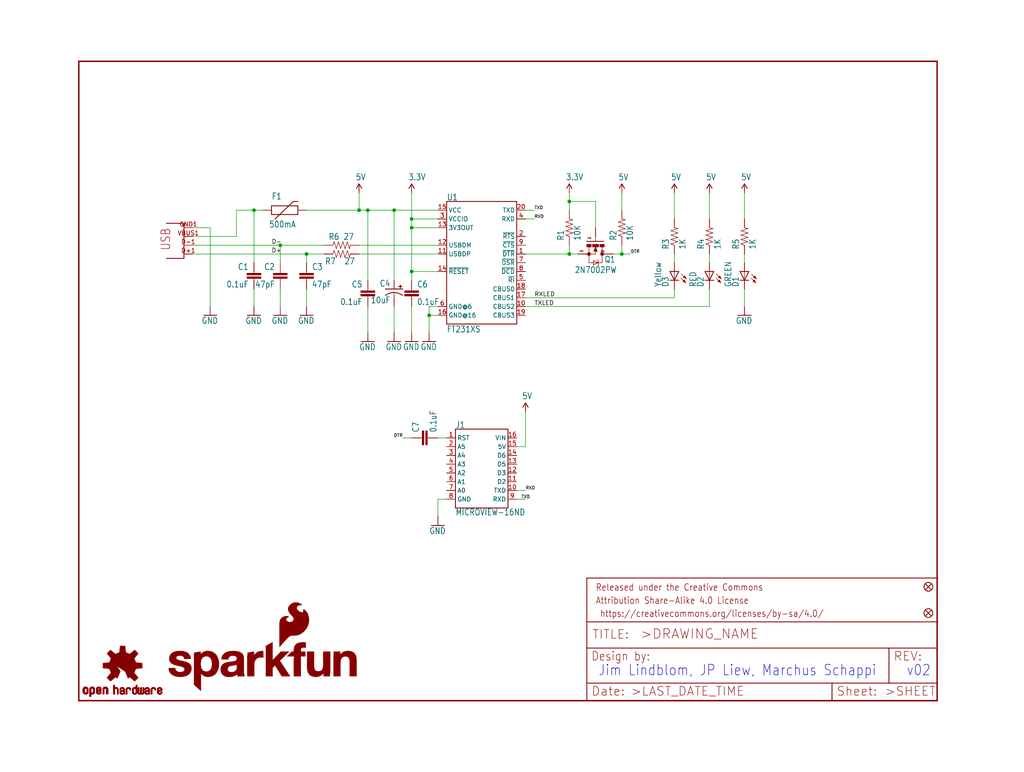
<source format=kicad_sch>
(kicad_sch (version 20211123) (generator eeschema)
  (paper "User" 297.002 223.926)
  (lib_symbols
    (symbol "schematicEagle-eagle-import:0.1UF-25V(+80{slash}-20%)(0603)"
      (property "Reference" "C" (at 1.524 2.921 0))
      (property "Value" "0.1UF-25V(+80{slash}-20%)(0603)" (at 1.524 -2.159 0))
      (symbol "0.1UF-25V(+80{slash}-20%)(0603)_1_0"
        (pin passive line (at 0 5.08 270) (length 2.54) (name "1") (number "1"))
        (pin passive line (at 0 -2.54 90) (length 2.54) (name "2") (number "2"))
      )
    )
    (symbol "schematicEagle-eagle-import:10KOHM1{slash}10W1%(0603)0603"
      (property "Reference" "R" (at -3.81 1.4986 0))
      (property "Value" "10KOHM1{slash}10W1%(0603)0603" (at -3.81 -3.302 0))
      (symbol "10KOHM1{slash}10W1%(0603)0603_1_0"
        (pin passive line (at -5.08 0 0) (length 2.54) (name "1") (number "1"))
        (pin passive line (at 5.08 0 180) (length 2.54) (name "2") (number "2"))
      )
    )
    (symbol "schematicEagle-eagle-import:10UF-16V-10%(TANT)"
      (property "Reference" "C" (at 1.016 0.635 0))
      (property "Value" "10UF-16V-10%(TANT)" (at 1.016 -4.191 0))
      (symbol "10UF-16V-10%(TANT)_1_0"
        (pin passive line (at 0 2.54 270) (length 2.54) (name "+") (number "A"))
        (pin passive line (at 0 -5.08 90) (length 2.54) (name "-") (number "C"))
      )
    )
    (symbol "schematicEagle-eagle-import:1KOHM1{slash}10W1%(0603)"
      (property "Reference" "R" (at -3.81 1.4986 0))
      (property "Value" "1KOHM1{slash}10W1%(0603)" (at -3.81 -3.302 0))
      (symbol "1KOHM1{slash}10W1%(0603)_1_0"
        (pin passive line (at -5.08 0 0) (length 2.54) (name "1") (number "1"))
        (pin passive line (at 5.08 0 180) (length 2.54) (name "2") (number "2"))
      )
    )
    (symbol "schematicEagle-eagle-import:3.3V" (power)
      (property "Value" "3.3V" (at -1.016 3.556 0))
      (symbol "3.3V_1_0"
        (pin power_in line (at 0 0 90) (length 2.54) (name "3.3V") (number "1"))
      )
    )
    (symbol "schematicEagle-eagle-import:47PF-50V-5%(0603)"
      (property "Reference" "C" (at 1.524 2.921 0))
      (property "Value" "47PF-50V-5%(0603)" (at 1.524 -2.159 0))
      (symbol "47PF-50V-5%(0603)_1_0"
        (pin passive line (at 0 5.08 270) (length 2.54) (name "1") (number "1"))
        (pin passive line (at 0 -2.54 90) (length 2.54) (name "2") (number "2"))
      )
    )
    (symbol "schematicEagle-eagle-import:5V" (power)
      (property "Value" "5V" (at -1.016 3.556 0))
      (symbol "5V_1_0"
        (pin power_in line (at 0 0 90) (length 2.54) (name "5V") (number "1"))
      )
    )
    (symbol "schematicEagle-eagle-import:FIDUCIAL1X2")
    (symbol "schematicEagle-eagle-import:FRAME-LETTER"
      (symbol "FRAME-LETTER_2_0"
        (text " https://creativecommons.org/licenses/by-sa/4.0/" (at 2.54 24.13 0) (effects (font (size 1.9304 1.6408)) (justify left bottom)))
        (text ">DRAWING_NAME" (at 15.494 17.78 0) (effects (font (size 2.7432 2.7432)) (justify left bottom)))
        (text ">LAST_DATE_TIME" (at 12.7 1.27 0) (effects (font (size 2.54 2.54)) (justify left bottom)))
        (text ">SHEET" (at 86.36 1.27 0) (effects (font (size 2.54 2.54)) (justify left bottom)))
        (text "Attribution Share-Alike 4.0 License" (at 2.54 27.94 0) (effects (font (size 1.9304 1.6408)) (justify left bottom)))
        (text "Date:" (at 1.27 1.27 0) (effects (font (size 2.54 2.54)) (justify left bottom)))
        (text "Design by:" (at 1.27 11.43 0) (effects (font (size 2.54 2.159)) (justify left bottom)))
        (text "Released under the Creative Commons" (at 2.54 31.75 0) (effects (font (size 1.9304 1.6408)) (justify left bottom)))
        (text "REV:" (at 88.9 11.43 0) (effects (font (size 2.54 2.54)) (justify left bottom)))
        (text "Sheet:" (at 72.39 1.27 0) (effects (font (size 2.54 2.54)) (justify left bottom)))
        (text "TITLE:" (at 1.524 17.78 0) (effects (font (size 2.54 2.54)) (justify left bottom)))
      )
    )
    (symbol "schematicEagle-eagle-import:FT231XS"
      (property "Reference" "U" (at -10.16 18.034 0))
      (property "Value" "FT231XS" (at -10.16 -18.288 0))
      (symbol "FT231XS_1_0"
        (pin bidirectional line (at 12.7 2.54 180) (length 2.54) (name "~{DTR}") (number "1"))
        (pin bidirectional line (at 12.7 -12.7 180) (length 2.54) (name "CBUS2") (number "10"))
        (pin bidirectional line (at -12.7 2.54 0) (length 2.54) (name "USBDP") (number "11"))
        (pin bidirectional line (at -12.7 5.08 0) (length 2.54) (name "USBDM") (number "12"))
        (pin bidirectional line (at -12.7 10.16 0) (length 2.54) (name "3V3OUT") (number "13"))
        (pin bidirectional line (at -12.7 -2.54 0) (length 2.54) (name "~{RESET}") (number "14"))
        (pin bidirectional line (at -12.7 15.24 0) (length 2.54) (name "VCC") (number "15"))
        (pin bidirectional line (at -12.7 -15.24 0) (length 2.54) (name "GND@16") (number "16"))
        (pin bidirectional line (at 12.7 -10.16 180) (length 2.54) (name "CBUS1") (number "17"))
        (pin bidirectional line (at 12.7 -7.62 180) (length 2.54) (name "CBUS0") (number "18"))
        (pin bidirectional line (at 12.7 -15.24 180) (length 2.54) (name "CBUS3") (number "19"))
        (pin bidirectional line (at 12.7 7.62 180) (length 2.54) (name "~{RTS}") (number "2"))
        (pin bidirectional line (at 12.7 15.24 180) (length 2.54) (name "TXD") (number "20"))
        (pin bidirectional line (at -12.7 12.7 0) (length 2.54) (name "VCCIO") (number "3"))
        (pin bidirectional line (at 12.7 12.7 180) (length 2.54) (name "RXD") (number "4"))
        (pin bidirectional line (at 12.7 -5.08 180) (length 2.54) (name "~{RI}") (number "5"))
        (pin bidirectional line (at -12.7 -12.7 0) (length 2.54) (name "GND@6") (number "6"))
        (pin bidirectional line (at 12.7 0 180) (length 2.54) (name "~{DSR}") (number "7"))
        (pin bidirectional line (at 12.7 -2.54 180) (length 2.54) (name "~{DCD}") (number "8"))
        (pin bidirectional line (at 12.7 5.08 180) (length 2.54) (name "~{CTS}") (number "9"))
      )
    )
    (symbol "schematicEagle-eagle-import:GND" (power)
      (property "Value" "GND" (at -2.54 -2.54 0))
      (symbol "GND_1_0"
        (pin power_in line (at 0 2.54 270) (length 2.54) (name "GND") (number "1"))
      )
    )
    (symbol "schematicEagle-eagle-import:LED-GREENLARGE"
      (property "Reference" "D" (at 3.556 -4.572 90))
      (property "Value" "LED-GREENLARGE" (at 5.715 -4.572 90))
      (symbol "LED-GREENLARGE_1_0"
        (pin passive line (at 0 2.54 270) (length 2.54) (name "A") (number "A"))
        (pin passive line (at 0 -5.08 90) (length 2.54) (name "C") (number "C"))
      )
    )
    (symbol "schematicEagle-eagle-import:LED-RED1206"
      (property "Reference" "D" (at 3.556 -4.572 90))
      (property "Value" "LED-RED1206" (at 5.715 -4.572 90))
      (symbol "LED-RED1206_1_0"
        (pin passive line (at 0 2.54 270) (length 2.54) (name "A") (number "A"))
        (pin passive line (at 0 -5.08 90) (length 2.54) (name "C") (number "C"))
      )
    )
    (symbol "schematicEagle-eagle-import:LED-YELLOWLILYPAD"
      (property "Reference" "D" (at 3.556 -4.572 90))
      (property "Value" "LED-YELLOWLILYPAD" (at 5.715 -4.572 90))
      (symbol "LED-YELLOWLILYPAD_1_0"
        (pin passive line (at 0 2.54 270) (length 2.54) (name "A") (number "A"))
        (pin passive line (at 0 -5.08 90) (length 2.54) (name "C") (number "C"))
      )
    )
    (symbol "schematicEagle-eagle-import:MICROVIEW-16ND"
      (property "Reference" "J" (at -7.62 12.954 0))
      (property "Value" "MICROVIEW-16ND" (at -7.62 -10.414 0))
      (symbol "MICROVIEW-16ND_1_0"
        (pin output line (at -10.16 10.16 0) (length 2.54) (name "RST") (number "1"))
        (pin output line (at 10.16 -5.08 180) (length 2.54) (name "TXD") (number "10"))
        (pin output line (at 10.16 -2.54 180) (length 2.54) (name "D2") (number "11"))
        (pin output line (at 10.16 0 180) (length 2.54) (name "D3") (number "12"))
        (pin output line (at 10.16 2.54 180) (length 2.54) (name "D5") (number "13"))
        (pin output line (at 10.16 5.08 180) (length 2.54) (name "D6") (number "14"))
        (pin output line (at 10.16 7.62 180) (length 2.54) (name "5V") (number "15"))
        (pin output line (at 10.16 10.16 180) (length 2.54) (name "VIN") (number "16"))
        (pin output line (at -10.16 7.62 0) (length 2.54) (name "A5") (number "2"))
        (pin output line (at -10.16 5.08 0) (length 2.54) (name "A4") (number "3"))
        (pin output line (at -10.16 2.54 0) (length 2.54) (name "A3") (number "4"))
        (pin output line (at -10.16 0 0) (length 2.54) (name "A2") (number "5"))
        (pin output line (at -10.16 -2.54 0) (length 2.54) (name "A1") (number "6"))
        (pin output line (at -10.16 -5.08 0) (length 2.54) (name "A0") (number "7"))
        (pin output line (at -10.16 -7.62 0) (length 2.54) (name "GND") (number "8"))
        (pin output line (at 10.16 -7.62 180) (length 2.54) (name "RXD") (number "9"))
      )
    )
    (symbol "schematicEagle-eagle-import:MOSFET-NCHANNEL2N7002PW"
      (property "Reference" "Q" (at 5.08 2.54 0))
      (property "Value" "MOSFET-NCHANNEL2N7002PW" (at 5.08 0 0))
      (symbol "MOSFET-NCHANNEL2N7002PW_1_0"
        (text "D" (at -1.27 2.54 0) (effects (font (size 0.8128 0.6908)) (justify left bottom)))
        (text "G" (at -5.08 -1.27 0) (effects (font (size 0.8128 0.6908)) (justify left bottom)))
        (text "S" (at -1.27 -3.556 0) (effects (font (size 0.8128 0.6908)) (justify left bottom)))
        (pin passive line (at -7.62 0 0) (length 2.54) (name "G") (number "1"))
        (pin passive line (at 0 -5.08 90) (length 2.54) (name "S") (number "2"))
        (pin passive line (at 0 5.08 270) (length 2.54) (name "D") (number "3"))
      )
    )
    (symbol "schematicEagle-eagle-import:OSHW-LOGOS")
    (symbol "schematicEagle-eagle-import:PTCSMD-W"
      (property "Reference" "F" (at -2.54 3.048 0))
      (property "Value" "PTCSMD-W" (at -3.302 -5.08 0))
      (symbol "PTCSMD-W_1_0"
        (pin bidirectional line (at -5.08 0 0) (length 2.54) (name "1") (number "1"))
        (pin bidirectional line (at 7.62 0 180) (length 2.54) (name "2") (number "2"))
      )
    )
    (symbol "schematicEagle-eagle-import:RESISTOR0603-RES"
      (property "Reference" "R" (at -3.81 1.4986 0))
      (property "Value" "RESISTOR0603-RES" (at -3.81 -3.302 0))
      (symbol "RESISTOR0603-RES_1_0"
        (pin passive line (at -5.08 0 0) (length 2.54) (name "1") (number "1"))
        (pin passive line (at 5.08 0 180) (length 2.54) (name "2") (number "2"))
      )
    )
    (symbol "schematicEagle-eagle-import:SFE_LOGO_FLAME.1_INCH")
    (symbol "schematicEagle-eagle-import:SFE_LOGO_NAME_FLAME.1_INCH")
    (symbol "schematicEagle-eagle-import:USBA-SMD-MALE"
      (symbol "USBA-SMD-MALE_1_0"
        (text "USB" (at 3.81 0 900) (effects (font (size 2.54 2.159)) (justify left bottom)))
        (pin bidirectional line (at -2.54 7.62 0) (length 2.54) (name "D+") (number "D+1"))
        (pin bidirectional line (at -2.54 5.08 0) (length 2.54) (name "D-") (number "D-1"))
        (pin bidirectional line (at -2.54 0 0) (length 2.54) (name "GND") (number "GND1"))
        (pin bidirectional line (at -2.54 2.54 0) (length 2.54) (name "VBUS") (number "VBUS1"))
      )
    )
  )
  (junction (at 106.68 60.96))
  (junction (at 81.28 71.12))
  (junction (at 124.46 91.44))
  (junction (at 180.34 73.66))
  (junction (at 88.9 73.66))
  (junction (at 119.38 78.74))
  (junction (at 73.66 60.96))
  (junction (at 165.1 58.42))
  (junction (at 104.14 60.96))
  (junction (at 119.38 66.04))
  (junction (at 119.38 63.5))
  (junction (at 165.1 73.66))
  (junction (at 114.3 60.96))
  (wire (pts (xy 119.38 66.04) (xy 119.38 63.5)))
  (wire (pts (xy 149.86 142.24) (xy 152.4 142.24)))
  (wire (pts (xy 195.58 73.66) (xy 195.58 76.2)))
  (wire (pts (xy 68.58 60.96) (xy 73.66 60.96)))
  (wire (pts (xy 215.9 55.88) (xy 215.9 63.5)))
  (wire (pts (xy 60.96 66.04) (xy 55.88 66.04)))
  (wire (pts (xy 165.1 58.42) (xy 172.72 58.42)))
  (wire (pts (xy 119.38 63.5) (xy 127 63.5)))
  (wire (pts (xy 119.38 127) (xy 116.84 127)))
  (wire (pts (xy 127 73.66) (xy 104.14 73.66)))
  (wire (pts (xy 55.88 73.66) (xy 88.9 73.66)))
  (wire (pts (xy 205.74 55.88) (xy 205.74 63.5)))
  (wire (pts (xy 119.38 78.74) (xy 127 78.74)))
  (wire (pts (xy 177.8 73.66) (xy 180.34 73.66)))
  (wire (pts (xy 152.4 63.5) (xy 154.94 63.5)))
  (wire (pts (xy 127 88.9) (xy 124.46 88.9)))
  (wire (pts (xy 124.46 88.9) (xy 124.46 91.44)))
  (wire (pts (xy 127 144.78) (xy 127 149.86)))
  (wire (pts (xy 73.66 76.2) (xy 73.66 60.96)))
  (wire (pts (xy 88.9 60.96) (xy 104.14 60.96)))
  (wire (pts (xy 195.58 55.88) (xy 195.58 63.5)))
  (wire (pts (xy 165.1 73.66) (xy 167.64 73.66)))
  (wire (pts (xy 55.88 68.58) (xy 68.58 68.58)))
  (wire (pts (xy 180.34 71.12) (xy 180.34 73.66)))
  (wire (pts (xy 114.3 96.52) (xy 114.3 88.9)))
  (wire (pts (xy 119.38 63.5) (xy 119.38 55.88)))
  (wire (pts (xy 119.38 81.28) (xy 119.38 78.74)))
  (wire (pts (xy 106.68 81.28) (xy 106.68 60.96)))
  (wire (pts (xy 119.38 66.04) (xy 127 66.04)))
  (wire (pts (xy 93.98 71.12) (xy 81.28 71.12)))
  (wire (pts (xy 152.4 129.54) (xy 152.4 119.38)))
  (wire (pts (xy 119.38 96.52) (xy 119.38 88.9)))
  (wire (pts (xy 152.4 73.66) (xy 165.1 73.66)))
  (wire (pts (xy 215.9 88.9) (xy 215.9 83.82)))
  (wire (pts (xy 119.38 78.74) (xy 119.38 66.04)))
  (wire (pts (xy 68.58 68.58) (xy 68.58 60.96)))
  (wire (pts (xy 114.3 60.96) (xy 127 60.96)))
  (wire (pts (xy 180.34 60.96) (xy 180.34 55.88)))
  (wire (pts (xy 205.74 88.9) (xy 205.74 83.82)))
  (wire (pts (xy 88.9 88.9) (xy 88.9 83.82)))
  (wire (pts (xy 172.72 58.42) (xy 172.72 66.04)))
  (wire (pts (xy 165.1 58.42) (xy 165.1 55.88)))
  (wire (pts (xy 106.68 60.96) (xy 114.3 60.96)))
  (wire (pts (xy 195.58 86.36) (xy 195.58 83.82)))
  (wire (pts (xy 152.4 88.9) (xy 205.74 88.9)))
  (wire (pts (xy 127 91.44) (xy 124.46 91.44)))
  (wire (pts (xy 152.4 60.96) (xy 154.94 60.96)))
  (wire (pts (xy 205.74 76.2) (xy 205.74 73.66)))
  (wire (pts (xy 93.98 73.66) (xy 88.9 73.66)))
  (wire (pts (xy 81.28 71.12) (xy 81.28 76.2)))
  (wire (pts (xy 104.14 60.96) (xy 104.14 55.88)))
  (wire (pts (xy 114.3 81.28) (xy 114.3 60.96)))
  (wire (pts (xy 149.86 129.54) (xy 152.4 129.54)))
  (wire (pts (xy 127 127) (xy 129.54 127)))
  (wire (pts (xy 180.34 73.66) (xy 182.88 73.66)))
  (wire (pts (xy 104.14 60.96) (xy 106.68 60.96)))
  (wire (pts (xy 81.28 88.9) (xy 81.28 83.82)))
  (wire (pts (xy 165.1 60.96) (xy 165.1 58.42)))
  (wire (pts (xy 73.66 60.96) (xy 76.2 60.96)))
  (wire (pts (xy 149.86 144.78) (xy 152.4 144.78)))
  (wire (pts (xy 215.9 76.2) (xy 215.9 73.66)))
  (wire (pts (xy 165.1 73.66) (xy 165.1 71.12)))
  (wire (pts (xy 106.68 96.52) (xy 106.68 88.9)))
  (wire (pts (xy 129.54 144.78) (xy 127 144.78)))
  (wire (pts (xy 55.88 71.12) (xy 81.28 71.12)))
  (wire (pts (xy 60.96 66.04) (xy 60.96 88.9)))
  (wire (pts (xy 124.46 91.44) (xy 124.46 96.52)))
  (wire (pts (xy 73.66 88.9) (xy 73.66 83.82)))
  (wire (pts (xy 152.4 86.36) (xy 195.58 86.36)))
  (wire (pts (xy 127 71.12) (xy 104.14 71.12)))
  (wire (pts (xy 88.9 73.66) (xy 88.9 76.2)))
  (text "Jim Lindblom, JP Liew, Marchus Schappi" (at 173.482 196.342 180) (effects (font (size 3.048 2.5908)) (justify left bottom)))
  (text "v02" (at 262.89 196.342 180) (effects (font (size 3.048 2.5908)) (justify left bottom)))
  (label "RXD" (at 152.4 142.24 0) (effects (font (size 0.889 0.889))))
  (label "D-" (at 78.74 71.12 0) (effects (font (size 1.2446 1.2446))))
  (label "RXLED" (at 154.94 86.36 0) (effects (font (size 1.2446 1.2446))))
  (label "TXD" (at 154.94 60.96 0) (effects (font (size 0.889 0.889))))
  (label "DTR" (at 116.84 127 180) (effects (font (size 0.889 0.889))))
  (label "RXD" (at 154.94 63.5 0) (effects (font (size 0.889 0.889))))
  (label "TXD" (at 151.13 144.78 0) (effects (font (size 0.889 0.889))))
  (label "TXLED" (at 154.94 88.9 0) (effects (font (size 1.2446 1.2446))))
  (label "DTR" (at 182.88 73.66 0) (effects (font (size 0.889 0.889))))
  (label "D+" (at 78.74 73.66 0) (effects (font (size 1.2446 1.2446))))
  (symbol (lib_id "schematicEagle-eagle-import:FRAME-LETTER") (at 22.86 203.2 0) (unit 1)
    (property "Reference" "FRAME1" (effects hide))
    (property "Value" "FRAME-LETTER" (effects hide))
    (property "Footprint" "schematicEagle:CREATIVE_COMMONS" (effects hide))
  )
  (symbol (lib_id "schematicEagle-eagle-import:FIDUCIAL1X2") (at 269.24 177.8 0) (unit 1)
    (property "Reference" "FID2" (effects hide))
    (property "Value" "FIDUCIAL1X2" (effects hide))
    (property "Footprint" "schematicEagle:FIDUCIAL-1X2" (effects hide))
  )
  (symbol (lib_id "schematicEagle-eagle-import:RESISTOR0603-RES") (at 99.06 73.66 0) (unit 1)
    (property "Reference" "R7" (at 94.234 76.7334 0) (effects (font (size 1.778 1.5113)) (justify left bottom)))
    (property "Value" "27" (at 99.822 76.708 0) (effects (font (size 1.778 1.5113)) (justify left bottom)))
    (property "Footprint" "schematicEagle:0603-RES" (effects hide))
  )
  (symbol (lib_id "schematicEagle-eagle-import:5V") (at 215.9 55.88 0) (unit 1)
    (property "Reference" "#U$1" (effects hide))
    (property "Value" "5V" (at 214.884 52.324 0) (effects (font (size 1.778 1.5113)) (justify left bottom)))
    (property "Footprint" "schematicEagle:" (effects hide))
  )
  (symbol (lib_id "schematicEagle-eagle-import:5V") (at 205.74 55.88 0) (unit 1)
    (property "Reference" "#U$10" (effects hide))
    (property "Value" "5V" (at 204.724 52.324 0) (effects (font (size 1.778 1.5113)) (justify left bottom)))
    (property "Footprint" "schematicEagle:" (effects hide))
  )
  (symbol (lib_id "schematicEagle-eagle-import:LED-RED1206") (at 205.74 78.74 0) (mirror y) (unit 1)
    (property "Reference" "D2" (at 202.184 83.312 90) (effects (font (size 1.778 1.5113)) (justify left bottom)))
    (property "Value" "RED" (at 200.025 83.312 90) (effects (font (size 1.778 1.5113)) (justify left bottom)))
    (property "Footprint" "schematicEagle:LED-1206" (effects hide))
  )
  (symbol (lib_id "schematicEagle-eagle-import:GND") (at 106.68 99.06 0) (unit 1)
    (property "Reference" "#GND20" (effects hide))
    (property "Value" "GND" (at 104.14 101.6 0) (effects (font (size 1.778 1.5113)) (justify left bottom)))
    (property "Footprint" "schematicEagle:" (effects hide))
  )
  (symbol (lib_id "schematicEagle-eagle-import:GND") (at 81.28 91.44 0) (unit 1)
    (property "Reference" "#GND16" (effects hide))
    (property "Value" "GND" (at 78.74 93.98 0) (effects (font (size 1.778 1.5113)) (justify left bottom)))
    (property "Footprint" "schematicEagle:" (effects hide))
  )
  (symbol (lib_id "schematicEagle-eagle-import:5V") (at 195.58 55.88 0) (unit 1)
    (property "Reference" "#U$11" (effects hide))
    (property "Value" "5V" (at 194.564 52.324 0) (effects (font (size 1.778 1.5113)) (justify left bottom)))
    (property "Footprint" "schematicEagle:" (effects hide))
  )
  (symbol (lib_id "schematicEagle-eagle-import:MOSFET-NCHANNEL2N7002PW") (at 172.72 73.66 270) (unit 1)
    (property "Reference" "Q1" (at 175.26 76.2 90) (effects (font (size 1.778 1.5113)) (justify left bottom)))
    (property "Value" "2N7002PW" (at 166.624 79.248 90) (effects (font (size 1.778 1.5113)) (justify left bottom)))
    (property "Footprint" "schematicEagle:SOT323" (effects hide))
  )
  (symbol (lib_id "schematicEagle-eagle-import:5V") (at 180.34 55.88 0) (unit 1)
    (property "Reference" "#U$7" (effects hide))
    (property "Value" "5V" (at 179.324 52.324 0) (effects (font (size 1.778 1.5113)) (justify left bottom)))
    (property "Footprint" "schematicEagle:" (effects hide))
  )
  (symbol (lib_id "schematicEagle-eagle-import:LED-YELLOWLILYPAD") (at 195.58 78.74 0) (mirror y) (unit 1)
    (property "Reference" "D3" (at 192.024 83.312 90) (effects (font (size 1.778 1.5113)) (justify left bottom)))
    (property "Value" "Yellow" (at 189.865 83.312 90) (effects (font (size 1.778 1.5113)) (justify left bottom)))
    (property "Footprint" "schematicEagle:LED-1206" (effects hide))
  )
  (symbol (lib_id "schematicEagle-eagle-import:SFE_LOGO_FLAME.1_INCH") (at 80.772 187.96 0) (unit 1)
    (property "Reference" "LOGO1" (effects hide))
    (property "Value" "SFE_LOGO_FLAME.1_INCH" (effects hide))
    (property "Footprint" "schematicEagle:SFE_LOGO_FLAME_.1" (effects hide))
  )
  (symbol (lib_id "schematicEagle-eagle-import:0.1UF-25V(+80{slash}-20%)(0603)") (at 119.38 86.36 0) (unit 1)
    (property "Reference" "C6" (at 120.904 83.439 0) (effects (font (size 1.778 1.5113)) (justify left bottom)))
    (property "Value" "0.1uF" (at 120.904 88.519 0) (effects (font (size 1.778 1.5113)) (justify left bottom)))
    (property "Footprint" "schematicEagle:0603-CAP" (effects hide))
  )
  (symbol (lib_id "schematicEagle-eagle-import:5V") (at 152.4 119.38 0) (unit 1)
    (property "Reference" "#SUPPLY3" (effects hide))
    (property "Value" "5V" (at 151.384 115.824 0) (effects (font (size 1.778 1.5113)) (justify left bottom)))
    (property "Footprint" "schematicEagle:" (effects hide))
  )
  (symbol (lib_id "schematicEagle-eagle-import:0.1UF-25V(+80{slash}-20%)(0603)") (at 73.66 81.28 0) (mirror y) (unit 1)
    (property "Reference" "C1" (at 72.136 78.359 0) (effects (font (size 1.778 1.5113)) (justify left bottom)))
    (property "Value" "0.1uF" (at 72.136 83.439 0) (effects (font (size 1.778 1.5113)) (justify left bottom)))
    (property "Footprint" "schematicEagle:0603-CAP" (effects hide))
  )
  (symbol (lib_id "schematicEagle-eagle-import:10KOHM1{slash}10W1%(0603)0603") (at 180.34 66.04 90) (unit 1)
    (property "Reference" "R2" (at 178.8414 69.85 0) (effects (font (size 1.778 1.5113)) (justify left bottom)))
    (property "Value" "10K" (at 183.642 69.85 0) (effects (font (size 1.778 1.5113)) (justify left bottom)))
    (property "Footprint" "schematicEagle:0603-RES" (effects hide))
  )
  (symbol (lib_id "schematicEagle-eagle-import:FRAME-LETTER") (at 170.18 203.2 0) (unit 2)
    (property "Reference" "FRAME1" (effects hide))
    (property "Value" "FRAME-LETTER" (effects hide))
    (property "Footprint" "schematicEagle:CREATIVE_COMMONS" (effects hide))
  )
  (symbol (lib_id "schematicEagle-eagle-import:GND") (at 127 152.4 0) (unit 1)
    (property "Reference" "#GND3" (effects hide))
    (property "Value" "GND" (at 124.46 154.94 0) (effects (font (size 1.778 1.5113)) (justify left bottom)))
    (property "Footprint" "schematicEagle:" (effects hide))
  )
  (symbol (lib_id "schematicEagle-eagle-import:MICROVIEW-16ND") (at 139.7 137.16 0) (unit 1)
    (property "Reference" "J1" (at 132.08 124.206 0) (effects (font (size 1.778 1.5113)) (justify left bottom)))
    (property "Value" "MICROVIEW-16ND" (at 132.08 147.574 0) (effects (font (size 1.778 1.5113)) (justify left top)))
    (property "Footprint" "schematicEagle:MV-DIP16-NODIMENSION" (effects hide))
  )
  (symbol (lib_id "schematicEagle-eagle-import:SFE_LOGO_NAME_FLAME.1_INCH") (at 48.26 200.66 0) (unit 1)
    (property "Reference" "LOGO3" (effects hide))
    (property "Value" "SFE_LOGO_NAME_FLAME.1_INCH" (effects hide))
    (property "Footprint" "schematicEagle:SFE_LOGO_NAME_FLAME_.1" (effects hide))
  )
  (symbol (lib_id "schematicEagle-eagle-import:GND") (at 73.66 91.44 0) (unit 1)
    (property "Reference" "#GND24" (effects hide))
    (property "Value" "GND" (at 71.12 93.98 0) (effects (font (size 1.778 1.5113)) (justify left bottom)))
    (property "Footprint" "schematicEagle:" (effects hide))
  )
  (symbol (lib_id "schematicEagle-eagle-import:0.1UF-25V(+80{slash}-20%)(0603)") (at 106.68 86.36 0) (mirror y) (unit 1)
    (property "Reference" "C5" (at 105.156 83.439 0) (effects (font (size 1.778 1.5113)) (justify left bottom)))
    (property "Value" "0.1uF" (at 105.156 88.519 0) (effects (font (size 1.778 1.5113)) (justify left bottom)))
    (property "Footprint" "schematicEagle:0603-CAP" (effects hide))
  )
  (symbol (lib_id "schematicEagle-eagle-import:10UF-16V-10%(TANT)") (at 114.3 83.82 0) (mirror y) (unit 1)
    (property "Reference" "C4" (at 113.284 83.185 0) (effects (font (size 1.778 1.5113)) (justify left bottom)))
    (property "Value" "10uF" (at 113.284 88.011 0) (effects (font (size 1.778 1.5113)) (justify left bottom)))
    (property "Footprint" "schematicEagle:EIA3216" (effects hide))
  )
  (symbol (lib_id "schematicEagle-eagle-import:3.3V") (at 119.38 55.88 0) (unit 1)
    (property "Reference" "#SUPPLY1" (effects hide))
    (property "Value" "3.3V" (at 118.364 52.324 0) (effects (font (size 1.778 1.5113)) (justify left bottom)))
    (property "Footprint" "schematicEagle:" (effects hide))
  )
  (symbol (lib_id "schematicEagle-eagle-import:FT231XS") (at 139.7 76.2 0) (unit 1)
    (property "Reference" "U1" (at 129.54 58.166 0) (effects (font (size 1.778 1.5113)) (justify left bottom)))
    (property "Value" "FT231XS" (at 129.54 94.488 0) (effects (font (size 1.778 1.5113)) (justify left top)))
    (property "Footprint" "schematicEagle:SSOP20_L" (effects hide))
  )
  (symbol (lib_id "schematicEagle-eagle-import:GND") (at 114.3 99.06 0) (unit 1)
    (property "Reference" "#GND10" (effects hide))
    (property "Value" "GND" (at 111.76 101.6 0) (effects (font (size 1.778 1.5113)) (justify left bottom)))
    (property "Footprint" "schematicEagle:" (effects hide))
  )
  (symbol (lib_id "schematicEagle-eagle-import:3.3V") (at 165.1 55.88 0) (unit 1)
    (property "Reference" "#SUPPLY2" (effects hide))
    (property "Value" "3.3V" (at 164.084 52.324 0) (effects (font (size 1.778 1.5113)) (justify left bottom)))
    (property "Footprint" "schematicEagle:" (effects hide))
  )
  (symbol (lib_id "schematicEagle-eagle-import:LED-GREENLARGE") (at 215.9 78.74 0) (mirror y) (unit 1)
    (property "Reference" "D1" (at 212.344 83.312 90) (effects (font (size 1.778 1.5113)) (justify left bottom)))
    (property "Value" "GREEN" (at 210.185 83.312 90) (effects (font (size 1.778 1.5113)) (justify left bottom)))
    (property "Footprint" "schematicEagle:LED-1206" (effects hide))
  )
  (symbol (lib_id "schematicEagle-eagle-import:47PF-50V-5%(0603)") (at 81.28 81.28 0) (mirror y) (unit 1)
    (property "Reference" "C2" (at 79.756 78.359 0) (effects (font (size 1.778 1.5113)) (justify left bottom)))
    (property "Value" "47pF" (at 79.756 83.439 0) (effects (font (size 1.778 1.5113)) (justify left bottom)))
    (property "Footprint" "schematicEagle:0603-CAP" (effects hide))
  )
  (symbol (lib_id "schematicEagle-eagle-import:GND") (at 119.38 99.06 0) (unit 1)
    (property "Reference" "#GND22" (effects hide))
    (property "Value" "GND" (at 116.84 101.6 0) (effects (font (size 1.778 1.5113)) (justify left bottom)))
    (property "Footprint" "schematicEagle:" (effects hide))
  )
  (symbol (lib_id "schematicEagle-eagle-import:FIDUCIAL1X2") (at 269.24 170.18 0) (unit 1)
    (property "Reference" "FID1" (effects hide))
    (property "Value" "FIDUCIAL1X2" (effects hide))
    (property "Footprint" "schematicEagle:FIDUCIAL-1X2" (effects hide))
  )
  (symbol (lib_id "schematicEagle-eagle-import:10KOHM1{slash}10W1%(0603)0603") (at 165.1 66.04 90) (unit 1)
    (property "Reference" "R1" (at 163.6014 69.85 0) (effects (font (size 1.778 1.5113)) (justify left bottom)))
    (property "Value" "10K" (at 168.402 69.85 0) (effects (font (size 1.778 1.5113)) (justify left bottom)))
    (property "Footprint" "schematicEagle:0603-RES" (effects hide))
  )
  (symbol (lib_id "schematicEagle-eagle-import:47PF-50V-5%(0603)") (at 88.9 81.28 0) (unit 1)
    (property "Reference" "C3" (at 90.424 78.359 0) (effects (font (size 1.778 1.5113)) (justify left bottom)))
    (property "Value" "47pF" (at 90.424 83.439 0) (effects (font (size 1.778 1.5113)) (justify left bottom)))
    (property "Footprint" "schematicEagle:0603-CAP" (effects hide))
  )
  (symbol (lib_id "schematicEagle-eagle-import:1KOHM1{slash}10W1%(0603)") (at 195.58 68.58 90) (unit 1)
    (property "Reference" "R3" (at 194.0814 72.39 0) (effects (font (size 1.778 1.5113)) (justify left bottom)))
    (property "Value" "1K" (at 198.882 72.39 0) (effects (font (size 1.778 1.5113)) (justify left bottom)))
    (property "Footprint" "schematicEagle:0603-RES" (effects hide))
  )
  (symbol (lib_id "schematicEagle-eagle-import:GND") (at 215.9 91.44 0) (unit 1)
    (property "Reference" "#GND1" (effects hide))
    (property "Value" "GND" (at 213.36 93.98 0) (effects (font (size 1.778 1.5113)) (justify left bottom)))
    (property "Footprint" "schematicEagle:" (effects hide))
  )
  (symbol (lib_id "schematicEagle-eagle-import:OSHW-LOGOS") (at 35.56 193.04 0) (unit 1)
    (property "Reference" "LOGO2" (effects hide))
    (property "Value" "OSHW-LOGOS" (effects hide))
    (property "Footprint" "schematicEagle:OSHW-LOGO-S" (effects hide))
  )
  (symbol (lib_id "schematicEagle-eagle-import:1KOHM1{slash}10W1%(0603)") (at 205.74 68.58 90) (unit 1)
    (property "Reference" "R4" (at 204.2414 72.39 0) (effects (font (size 1.778 1.5113)) (justify left bottom)))
    (property "Value" "1K" (at 209.042 72.39 0) (effects (font (size 1.778 1.5113)) (justify left bottom)))
    (property "Footprint" "schematicEagle:0603-RES" (effects hide))
  )
  (symbol (lib_id "schematicEagle-eagle-import:GND") (at 88.9 91.44 0) (unit 1)
    (property "Reference" "#GND15" (effects hide))
    (property "Value" "GND" (at 86.36 93.98 0) (effects (font (size 1.778 1.5113)) (justify left bottom)))
    (property "Footprint" "schematicEagle:" (effects hide))
  )
  (symbol (lib_id "schematicEagle-eagle-import:USBA-SMD-MALE") (at 53.34 66.04 180) (unit 1)
    (property "Reference" "JP1" (effects hide))
    (property "Value" "USBA-SMD-MALE" (effects hide))
    (property "Footprint" "schematicEagle:USB-A-SMT-MALE" (effects hide))
  )
  (symbol (lib_id "schematicEagle-eagle-import:PTCSMD-W") (at 81.28 60.96 0) (unit 1)
    (property "Reference" "F1" (at 78.74 57.912 0) (effects (font (size 1.778 1.5113)) (justify left bottom)))
    (property "Value" "500mA" (at 77.978 66.04 0) (effects (font (size 1.778 1.5113)) (justify left bottom)))
    (property "Footprint" "schematicEagle:PTC-1206-WIDE" (effects hide))
  )
  (symbol (lib_id "schematicEagle-eagle-import:1KOHM1{slash}10W1%(0603)") (at 215.9 68.58 90) (unit 1)
    (property "Reference" "R5" (at 214.4014 72.39 0) (effects (font (size 1.778 1.5113)) (justify left bottom)))
    (property "Value" "1K" (at 219.202 72.39 0) (effects (font (size 1.778 1.5113)) (justify left bottom)))
    (property "Footprint" "schematicEagle:0603-RES" (effects hide))
  )
  (symbol (lib_id "schematicEagle-eagle-import:RESISTOR0603-RES") (at 99.06 71.12 0) (unit 1)
    (property "Reference" "R6" (at 95.25 69.6214 0) (effects (font (size 1.778 1.5113)) (justify left bottom)))
    (property "Value" "27" (at 99.568 69.596 0) (effects (font (size 1.778 1.5113)) (justify left bottom)))
    (property "Footprint" "schematicEagle:0603-RES" (effects hide))
  )
  (symbol (lib_id "schematicEagle-eagle-import:GND") (at 124.46 99.06 0) (unit 1)
    (property "Reference" "#GND17" (effects hide))
    (property "Value" "GND" (at 121.92 101.6 0) (effects (font (size 1.778 1.5113)) (justify left bottom)))
    (property "Footprint" "schematicEagle:" (effects hide))
  )
  (symbol (lib_id "schematicEagle-eagle-import:0.1UF-25V(+80{slash}-20%)(0603)") (at 124.46 127 90) (unit 1)
    (property "Reference" "C7" (at 121.539 125.476 0) (effects (font (size 1.778 1.5113)) (justify left bottom)))
    (property "Value" "0.1uF" (at 126.619 125.476 0) (effects (font (size 1.778 1.5113)) (justify left bottom)))
    (property "Footprint" "schematicEagle:0603-CAP" (effects hide))
  )
  (symbol (lib_id "schematicEagle-eagle-import:5V") (at 104.14 55.88 0) (unit 1)
    (property "Reference" "#U$2" (effects hide))
    (property "Value" "5V" (at 103.124 52.324 0) (effects (font (size 1.778 1.5113)) (justify left bottom)))
    (property "Footprint" "schematicEagle:" (effects hide))
  )
  (symbol (lib_id "schematicEagle-eagle-import:GND") (at 60.96 91.44 0) (unit 1)
    (property "Reference" "#GND2" (effects hide))
    (property "Value" "GND" (at 58.42 93.98 0) (effects (font (size 1.778 1.5113)) (justify left bottom)))
    (property "Footprint" "schematicEagle:" (effects hide))
  )
)
</source>
